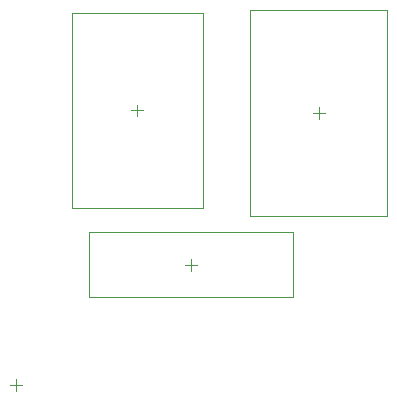
<source format=gbr>
%TF.GenerationSoftware,Altium Limited,Altium Designer,18.1.11 (251)*%
G04 Layer_Color=32768*
%FSLAX45Y45*%
%MOMM*%
%TF.FileFunction,Other,Mechanical_15*%
%TF.Part,Single*%
G01*
G75*
%TA.AperFunction,NonConductor*%
%ADD64C,0.10000*%
%ADD65C,0.05000*%
D64*
X2172906Y2705898D02*
Y2805897D01*
X2222903Y2755900D02*
X2122904D01*
X3607598Y3771900D02*
X3707597D01*
X3657600Y3721903D02*
Y3821902D01*
X3755400Y4254937D02*
Y5904942D01*
X2645400D01*
Y4254937D01*
X3755400D01*
X4157101Y4189940D02*
Y5929942D01*
X5317099D01*
Y4189940D01*
X4157101D01*
X4687103Y5059941D02*
X4787102D01*
X4737100Y5009943D02*
Y5109943D01*
X3200400Y5129942D02*
Y5029942D01*
X3150403Y5079940D02*
X3250402D01*
D65*
X2795097Y3496899D02*
X4520098D01*
Y4046901D01*
X2795097D01*
Y3496899D01*
%TF.MD5,15c5ce01f9fdbeb5bdead29103a8d0cd*%
M02*

</source>
